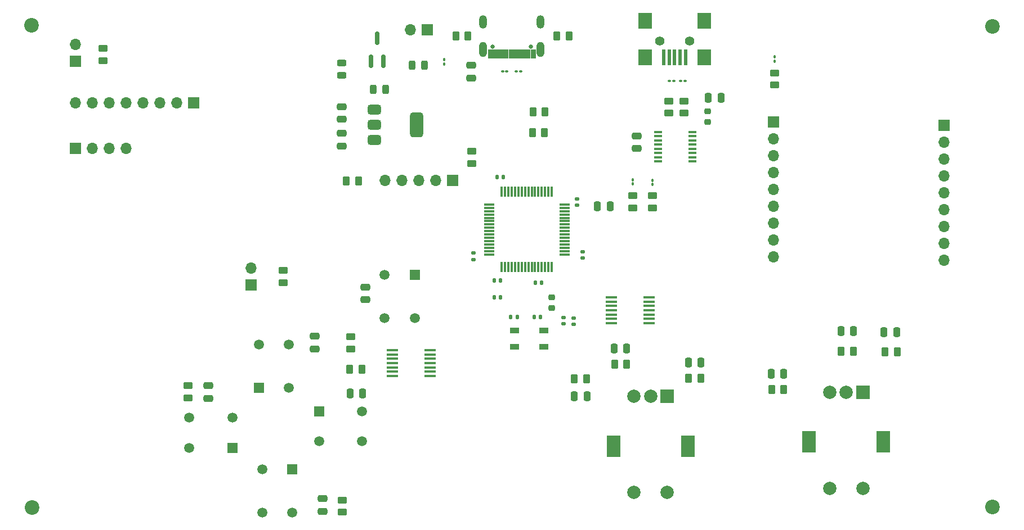
<source format=gbr>
%TF.GenerationSoftware,KiCad,Pcbnew,8.0.6*%
%TF.CreationDate,2024-12-27T13:10:45+11:00*%
%TF.ProjectId,drone_remote,64726f6e-655f-4726-956d-6f74652e6b69,rev?*%
%TF.SameCoordinates,Original*%
%TF.FileFunction,Soldermask,Top*%
%TF.FilePolarity,Negative*%
%FSLAX46Y46*%
G04 Gerber Fmt 4.6, Leading zero omitted, Abs format (unit mm)*
G04 Created by KiCad (PCBNEW 8.0.6) date 2024-12-27 13:10:45*
%MOMM*%
%LPD*%
G01*
G04 APERTURE LIST*
G04 Aperture macros list*
%AMRoundRect*
0 Rectangle with rounded corners*
0 $1 Rounding radius*
0 $2 $3 $4 $5 $6 $7 $8 $9 X,Y pos of 4 corners*
0 Add a 4 corners polygon primitive as box body*
4,1,4,$2,$3,$4,$5,$6,$7,$8,$9,$2,$3,0*
0 Add four circle primitives for the rounded corners*
1,1,$1+$1,$2,$3*
1,1,$1+$1,$4,$5*
1,1,$1+$1,$6,$7*
1,1,$1+$1,$8,$9*
0 Add four rect primitives between the rounded corners*
20,1,$1+$1,$2,$3,$4,$5,0*
20,1,$1+$1,$4,$5,$6,$7,0*
20,1,$1+$1,$6,$7,$8,$9,0*
20,1,$1+$1,$8,$9,$2,$3,0*%
G04 Aperture macros list end*
%ADD10C,0.010000*%
%ADD11RoundRect,0.250000X0.450000X-0.262500X0.450000X0.262500X-0.450000X0.262500X-0.450000X-0.262500X0*%
%ADD12RoundRect,0.100000X-0.130000X-0.100000X0.130000X-0.100000X0.130000X0.100000X-0.130000X0.100000X0*%
%ADD13RoundRect,0.250000X-0.450000X0.262500X-0.450000X-0.262500X0.450000X-0.262500X0.450000X0.262500X0*%
%ADD14RoundRect,0.162500X0.162500X-0.837500X0.162500X0.837500X-0.162500X0.837500X-0.162500X-0.837500X0*%
%ADD15RoundRect,0.250000X0.250000X0.475000X-0.250000X0.475000X-0.250000X-0.475000X0.250000X-0.475000X0*%
%ADD16RoundRect,0.250000X0.262500X0.450000X-0.262500X0.450000X-0.262500X-0.450000X0.262500X-0.450000X0*%
%ADD17R,1.700000X1.700000*%
%ADD18O,1.700000X1.700000*%
%ADD19RoundRect,0.250000X-0.262500X-0.450000X0.262500X-0.450000X0.262500X0.450000X-0.262500X0.450000X0*%
%ADD20RoundRect,0.250000X-0.250000X-0.475000X0.250000X-0.475000X0.250000X0.475000X-0.250000X0.475000X0*%
%ADD21R,1.676400X0.355600*%
%ADD22RoundRect,0.250000X0.475000X-0.250000X0.475000X0.250000X-0.475000X0.250000X-0.475000X-0.250000X0*%
%ADD23RoundRect,0.218750X-0.256250X0.218750X-0.256250X-0.218750X0.256250X-0.218750X0.256250X0.218750X0*%
%ADD24RoundRect,0.250000X-0.475000X0.250000X-0.475000X-0.250000X0.475000X-0.250000X0.475000X0.250000X0*%
%ADD25C,1.498600*%
%ADD26R,1.498600X1.498600*%
%ADD27RoundRect,0.140000X0.140000X0.170000X-0.140000X0.170000X-0.140000X-0.170000X0.140000X-0.170000X0*%
%ADD28RoundRect,0.100000X0.130000X0.100000X-0.130000X0.100000X-0.130000X-0.100000X0.130000X-0.100000X0*%
%ADD29R,1.200000X0.400000*%
%ADD30C,2.200000*%
%ADD31RoundRect,0.100000X-0.100000X0.130000X-0.100000X-0.130000X0.100000X-0.130000X0.100000X0.130000X0*%
%ADD32RoundRect,0.075000X0.075000X-0.700000X0.075000X0.700000X-0.075000X0.700000X-0.075000X-0.700000X0*%
%ADD33RoundRect,0.075000X0.700000X-0.075000X0.700000X0.075000X-0.700000X0.075000X-0.700000X-0.075000X0*%
%ADD34RoundRect,0.243750X0.243750X0.456250X-0.243750X0.456250X-0.243750X-0.456250X0.243750X-0.456250X0*%
%ADD35RoundRect,0.243750X-0.243750X-0.456250X0.243750X-0.456250X0.243750X0.456250X-0.243750X0.456250X0*%
%ADD36R,2.000000X2.000000*%
%ADD37C,2.000000*%
%ADD38R,2.000000X3.200000*%
%ADD39RoundRect,0.140000X-0.170000X0.140000X-0.170000X-0.140000X0.170000X-0.140000X0.170000X0.140000X0*%
%ADD40RoundRect,0.140000X0.170000X-0.140000X0.170000X0.140000X-0.170000X0.140000X-0.170000X-0.140000X0*%
%ADD41R,1.447800X0.889000*%
%ADD42RoundRect,0.375000X-0.625000X-0.375000X0.625000X-0.375000X0.625000X0.375000X-0.625000X0.375000X0*%
%ADD43RoundRect,0.500000X-0.500000X-1.400000X0.500000X-1.400000X0.500000X1.400000X-0.500000X1.400000X0*%
%ADD44RoundRect,0.140000X-0.140000X-0.170000X0.140000X-0.170000X0.140000X0.170000X-0.140000X0.170000X0*%
%ADD45RoundRect,0.100000X0.100000X-0.130000X0.100000X0.130000X-0.100000X0.130000X-0.100000X-0.130000X0*%
%ADD46RoundRect,0.243750X0.456250X-0.243750X0.456250X0.243750X-0.456250X0.243750X-0.456250X-0.243750X0*%
%ADD47R,0.508000X2.489200*%
%ADD48R,2.006600X2.489200*%
%ADD49C,1.397000*%
%ADD50O,1.204000X2.004000*%
%ADD51O,1.204000X2.304000*%
%ADD52C,0.650000*%
G04 APERTURE END LIST*
D10*
%TO.C,J1*%
X189735606Y-81300166D02*
X189035606Y-81300166D01*
X189035606Y-80050166D01*
X189735606Y-80050166D01*
X189735606Y-81300166D01*
G36*
X189735606Y-81300166D02*
G01*
X189035606Y-81300166D01*
X189035606Y-80050166D01*
X189735606Y-80050166D01*
X189735606Y-81300166D01*
G37*
X188935606Y-81300166D02*
X188235606Y-81300166D01*
X188235606Y-80050166D01*
X188935606Y-80050166D01*
X188935606Y-81300166D01*
G36*
X188935606Y-81300166D02*
G01*
X188235606Y-81300166D01*
X188235606Y-80050166D01*
X188935606Y-80050166D01*
X188935606Y-81300166D01*
G37*
X188135606Y-81300166D02*
X187735606Y-81300166D01*
X187735606Y-80050166D01*
X188135606Y-80050166D01*
X188135606Y-81300166D01*
G36*
X188135606Y-81300166D02*
G01*
X187735606Y-81300166D01*
X187735606Y-80050166D01*
X188135606Y-80050166D01*
X188135606Y-81300166D01*
G37*
X187635606Y-81300166D02*
X187235606Y-81300166D01*
X187235606Y-80050166D01*
X187635606Y-80050166D01*
X187635606Y-81300166D01*
G36*
X187635606Y-81300166D02*
G01*
X187235606Y-81300166D01*
X187235606Y-80050166D01*
X187635606Y-80050166D01*
X187635606Y-81300166D01*
G37*
X187135606Y-81300166D02*
X186735606Y-81300166D01*
X186735606Y-80050166D01*
X187135606Y-80050166D01*
X187135606Y-81300166D01*
G36*
X187135606Y-81300166D02*
G01*
X186735606Y-81300166D01*
X186735606Y-80050166D01*
X187135606Y-80050166D01*
X187135606Y-81300166D01*
G37*
X186635606Y-81300166D02*
X186235606Y-81300166D01*
X186235606Y-80050166D01*
X186635606Y-80050166D01*
X186635606Y-81300166D01*
G36*
X186635606Y-81300166D02*
G01*
X186235606Y-81300166D01*
X186235606Y-80050166D01*
X186635606Y-80050166D01*
X186635606Y-81300166D01*
G37*
X186135606Y-81300166D02*
X185735606Y-81300166D01*
X185735606Y-80050166D01*
X186135606Y-80050166D01*
X186135606Y-81300166D01*
G36*
X186135606Y-81300166D02*
G01*
X185735606Y-81300166D01*
X185735606Y-80050166D01*
X186135606Y-80050166D01*
X186135606Y-81300166D01*
G37*
X185635606Y-81300166D02*
X185235606Y-81300166D01*
X185235606Y-80050166D01*
X185635606Y-80050166D01*
X185635606Y-81300166D01*
G36*
X185635606Y-81300166D02*
G01*
X185235606Y-81300166D01*
X185235606Y-80050166D01*
X185635606Y-80050166D01*
X185635606Y-81300166D01*
G37*
X185135606Y-81300166D02*
X184735606Y-81300166D01*
X184735606Y-80050166D01*
X185135606Y-80050166D01*
X185135606Y-81300166D01*
G36*
X185135606Y-81300166D02*
G01*
X184735606Y-81300166D01*
X184735606Y-80050166D01*
X185135606Y-80050166D01*
X185135606Y-81300166D01*
G37*
X184635606Y-81300166D02*
X184235606Y-81300166D01*
X184235606Y-80050166D01*
X184635606Y-80050166D01*
X184635606Y-81300166D01*
G36*
X184635606Y-81300166D02*
G01*
X184235606Y-81300166D01*
X184235606Y-80050166D01*
X184635606Y-80050166D01*
X184635606Y-81300166D01*
G37*
X184135606Y-81300166D02*
X183435606Y-81300166D01*
X183435606Y-80050166D01*
X184135606Y-80050166D01*
X184135606Y-81300166D01*
G36*
X184135606Y-81300166D02*
G01*
X183435606Y-81300166D01*
X183435606Y-80050166D01*
X184135606Y-80050166D01*
X184135606Y-81300166D01*
G37*
X183335606Y-81300166D02*
X182635606Y-81300166D01*
X182635606Y-80050166D01*
X183335606Y-80050166D01*
X183335606Y-81300166D01*
G36*
X183335606Y-81300166D02*
G01*
X182635606Y-81300166D01*
X182635606Y-80050166D01*
X183335606Y-80050166D01*
X183335606Y-81300166D01*
G37*
%TD*%
D11*
%TO.C,R5*%
X124700000Y-81725000D03*
X124700000Y-79900000D03*
%TD*%
D12*
%TO.C,C20*%
X211593106Y-84842666D03*
X212233106Y-84842666D03*
%TD*%
D13*
%TO.C,R2*%
X204400000Y-102075000D03*
X204400000Y-103900000D03*
%TD*%
D14*
%TO.C,Q1*%
X165000000Y-81800000D03*
X166900000Y-81800000D03*
X165950000Y-78380000D03*
%TD*%
D15*
%TO.C,C29*%
X244100000Y-122650000D03*
X242200000Y-122650000D03*
%TD*%
D16*
%TO.C,R8*%
X179600000Y-78000000D03*
X177775000Y-78000000D03*
%TD*%
D17*
%TO.C,JP4*%
X147000000Y-115562500D03*
D18*
X147000000Y-113022500D03*
%TD*%
D19*
%TO.C,R22*%
X242337500Y-125600000D03*
X244162500Y-125600000D03*
%TD*%
D20*
%TO.C,C27*%
X225200000Y-128925000D03*
X227100000Y-128925000D03*
%TD*%
D21*
%TO.C,U3*%
X173919400Y-125350001D03*
X173919400Y-126000000D03*
X173919400Y-126650001D03*
X173919400Y-127300000D03*
X173919400Y-127950001D03*
X173919400Y-128600000D03*
X173919400Y-129250001D03*
X168280600Y-129249999D03*
X168280600Y-128600000D03*
X168280600Y-127949999D03*
X168280600Y-127300000D03*
X168280600Y-126650001D03*
X168280600Y-126000000D03*
X168280600Y-125349999D03*
%TD*%
D22*
%TO.C,C15*%
X180100000Y-84350000D03*
X180100000Y-82450000D03*
%TD*%
D23*
%TO.C,L2*%
X215650000Y-89375000D03*
X215650000Y-90950000D03*
%TD*%
D24*
%TO.C,C25*%
X140550000Y-132600000D03*
X140550000Y-130700000D03*
%TD*%
D25*
%TO.C,SW2*%
X152699401Y-124550001D03*
X152699401Y-131050002D03*
X148199400Y-124550001D03*
D26*
X148199400Y-131050002D03*
%TD*%
D11*
%TO.C,R3*%
X180200000Y-97212500D03*
X180200000Y-95387500D03*
%TD*%
D27*
%TO.C,C5*%
X184927894Y-99305734D03*
X183967894Y-99305734D03*
%TD*%
D23*
%TO.C,L1*%
X192200000Y-117425000D03*
X192200000Y-119000000D03*
%TD*%
D17*
%TO.C,J5*%
X120600000Y-95000000D03*
D18*
X123140000Y-95000000D03*
X125680000Y-95000000D03*
X128220000Y-95000000D03*
%TD*%
D17*
%TO.C,J8*%
X251257106Y-91449266D03*
D18*
X251257106Y-93989266D03*
X251257106Y-96529266D03*
X251257106Y-99069266D03*
X251257106Y-101609266D03*
X251257106Y-104149266D03*
X251257106Y-106689266D03*
X251257106Y-109229266D03*
X251257106Y-111769266D03*
%TD*%
D16*
%TO.C,R24*%
X203500000Y-127500000D03*
X201675000Y-127500000D03*
%TD*%
D22*
%TO.C,C33*%
X164150000Y-117750000D03*
X164150000Y-115850000D03*
%TD*%
D11*
%TO.C,R13*%
X212093106Y-89642666D03*
X212093106Y-87817666D03*
%TD*%
D25*
%TO.C,SW3*%
X163699401Y-139050002D03*
X157199400Y-139050002D03*
X163699401Y-134550001D03*
D26*
X157199400Y-134550001D03*
%TD*%
D13*
%TO.C,R12*%
X209793106Y-87817666D03*
X209793106Y-89642666D03*
%TD*%
D17*
%TO.C,J2*%
X173457106Y-77069266D03*
D18*
X170917106Y-77069266D03*
%TD*%
D20*
%TO.C,C31*%
X201600000Y-125100000D03*
X203500000Y-125100000D03*
%TD*%
D28*
%TO.C,D2*%
X185450606Y-83397557D03*
X184810606Y-83397557D03*
%TD*%
D25*
%TO.C,SW5*%
X148688802Y-149800001D03*
X148688802Y-143300000D03*
X153188803Y-149800001D03*
D26*
X153188803Y-143300000D03*
%TD*%
D29*
%TO.C,U6*%
X213400000Y-96935000D03*
X213400000Y-96300000D03*
X213400000Y-95665000D03*
X213400000Y-95030000D03*
X213400000Y-94395000D03*
X213400000Y-93760000D03*
X213400000Y-93125000D03*
X213400000Y-92490000D03*
X208200000Y-92490000D03*
X208200000Y-93125000D03*
X208200000Y-93760000D03*
X208200000Y-94395000D03*
X208200000Y-95030000D03*
X208200000Y-95665000D03*
X208200000Y-96300000D03*
X208200000Y-96935000D03*
%TD*%
D25*
%TO.C,SW4*%
X137699401Y-135550001D03*
X144199402Y-135550001D03*
X137699401Y-140050002D03*
D26*
X144199402Y-140050002D03*
%TD*%
D13*
%TO.C,R18*%
X160719400Y-149750001D03*
X160719400Y-147925001D03*
%TD*%
D22*
%TO.C,C17*%
X160600000Y-94600000D03*
X160600000Y-92700000D03*
%TD*%
D20*
%TO.C,C24*%
X163769400Y-131850001D03*
X161869400Y-131850001D03*
%TD*%
D30*
%TO.C,H1*%
X114000000Y-76450000D03*
%TD*%
D11*
%TO.C,R16*%
X162010529Y-123338422D03*
X162010529Y-125163422D03*
%TD*%
%TO.C,R1*%
X151800000Y-115200000D03*
X151800000Y-113375000D03*
%TD*%
D15*
%TO.C,C19*%
X217648106Y-87342666D03*
X215748106Y-87342666D03*
%TD*%
D28*
%TO.C,C21*%
X210568106Y-84842666D03*
X209928106Y-84842666D03*
%TD*%
D17*
%TO.C,J6*%
X138350000Y-88100000D03*
D18*
X135810000Y-88100000D03*
X133270000Y-88100000D03*
X130730000Y-88100000D03*
X128190000Y-88100000D03*
X125650000Y-88100000D03*
X123110000Y-88100000D03*
X120570000Y-88100000D03*
%TD*%
D31*
%TO.C,D10*%
X207400000Y-100407500D03*
X207400000Y-99767500D03*
%TD*%
D24*
%TO.C,C22*%
X204955000Y-93092500D03*
X204955000Y-94992500D03*
%TD*%
D32*
%TO.C,U1*%
X184700000Y-112850000D03*
X185200000Y-112850000D03*
X185700000Y-112850000D03*
X186200000Y-112850000D03*
X186700000Y-112850000D03*
X187200000Y-112850000D03*
X187700000Y-112850000D03*
X188200000Y-112850000D03*
X188700000Y-112850000D03*
X189200000Y-112850000D03*
X189700000Y-112850000D03*
X190200000Y-112850000D03*
X190700000Y-112850000D03*
X191200000Y-112850000D03*
X191700000Y-112850000D03*
X192200000Y-112850000D03*
D33*
X194125000Y-110925000D03*
X194125000Y-110425000D03*
X194125000Y-109925000D03*
X194125000Y-109425000D03*
X194125000Y-108925000D03*
X194125000Y-108425000D03*
X194125000Y-107925000D03*
X194125000Y-107425000D03*
X194125000Y-106925000D03*
X194125000Y-106425000D03*
X194125000Y-105925000D03*
X194125000Y-105425000D03*
X194125000Y-104925000D03*
X194125000Y-104425000D03*
X194125000Y-103925000D03*
X194125000Y-103425000D03*
D32*
X192200000Y-101500000D03*
X191700000Y-101500000D03*
X191200000Y-101500000D03*
X190700000Y-101500000D03*
X190200000Y-101500000D03*
X189700000Y-101500000D03*
X189200000Y-101500000D03*
X188700000Y-101500000D03*
X188200000Y-101500000D03*
X187700000Y-101500000D03*
X187200000Y-101500000D03*
X186700000Y-101500000D03*
X186200000Y-101500000D03*
X185700000Y-101500000D03*
X185200000Y-101500000D03*
X184700000Y-101500000D03*
D33*
X182775000Y-103425000D03*
X182775000Y-103925000D03*
X182775000Y-104425000D03*
X182775000Y-104925000D03*
X182775000Y-105425000D03*
X182775000Y-105925000D03*
X182775000Y-106425000D03*
X182775000Y-106925000D03*
X182775000Y-107425000D03*
X182775000Y-107925000D03*
X182775000Y-108425000D03*
X182775000Y-108925000D03*
X182775000Y-109425000D03*
X182775000Y-109925000D03*
X182775000Y-110425000D03*
X182775000Y-110925000D03*
%TD*%
D34*
%TO.C,F1*%
X173100000Y-82400000D03*
X171225000Y-82400000D03*
%TD*%
D35*
%TO.C,D4*%
X165325000Y-86100000D03*
X167200000Y-86100000D03*
%TD*%
D13*
%TO.C,R26*%
X225700000Y-83575000D03*
X225700000Y-85400000D03*
%TD*%
D17*
%TO.C,J7*%
X225600000Y-91000000D03*
D18*
X225600000Y-93540000D03*
X225600000Y-96080000D03*
X225600000Y-98620000D03*
X225600000Y-101160000D03*
X225600000Y-103700000D03*
X225600000Y-106240000D03*
X225600000Y-108780000D03*
X225600000Y-111320000D03*
%TD*%
D19*
%TO.C,R7*%
X192975606Y-78000166D03*
X194800606Y-78000166D03*
%TD*%
D36*
%TO.C,SW6*%
X239000000Y-131700000D03*
D37*
X234000000Y-131700000D03*
X236500000Y-131700000D03*
D38*
X242100000Y-139200000D03*
X230900000Y-139200000D03*
D37*
X234000000Y-146200000D03*
X239000000Y-146200000D03*
%TD*%
D16*
%TO.C,R17*%
X161806900Y-128250001D03*
X163631900Y-128250001D03*
%TD*%
D27*
%TO.C,C14*%
X187010000Y-120375000D03*
X186050000Y-120375000D03*
%TD*%
D22*
%TO.C,C26*%
X157719400Y-147750001D03*
X157719400Y-149650001D03*
%TD*%
D26*
%TO.C,SW1*%
X171600000Y-114000000D03*
D25*
X171600000Y-120500001D03*
X167099999Y-114000000D03*
X167099999Y-120500001D03*
%TD*%
D30*
%TO.C,H2*%
X114050000Y-149050000D03*
%TD*%
%TO.C,H4*%
X258500000Y-149000000D03*
%TD*%
D12*
%TO.C,D1*%
X186900606Y-83400166D03*
X187540606Y-83400166D03*
%TD*%
D30*
%TO.C,H3*%
X258500000Y-76550000D03*
%TD*%
D39*
%TO.C,C6*%
X180400000Y-110750000D03*
X180400000Y-111710000D03*
%TD*%
D40*
%TO.C,C3*%
X196875000Y-111485000D03*
X196875000Y-110525000D03*
%TD*%
D16*
%TO.C,R11*%
X191200000Y-89500000D03*
X189375000Y-89500000D03*
%TD*%
%TO.C,R20*%
X227125000Y-131325000D03*
X225300000Y-131325000D03*
%TD*%
D17*
%TO.C,JP1*%
X120600000Y-81800000D03*
D18*
X120600000Y-79260000D03*
%TD*%
D39*
%TO.C,C9*%
X195500000Y-120500000D03*
X195500000Y-121460000D03*
%TD*%
D41*
%TO.C,X1*%
X186579600Y-124875000D03*
X191050000Y-124875000D03*
X191050000Y-122375000D03*
X186579600Y-122375000D03*
%TD*%
D15*
%TO.C,C32*%
X214650000Y-127200000D03*
X212750000Y-127200000D03*
%TD*%
D42*
%TO.C,U2*%
X165550000Y-89100000D03*
X165550000Y-91400000D03*
D43*
X171850000Y-91400000D03*
D42*
X165550000Y-93700000D03*
%TD*%
D20*
%TO.C,C28*%
X235700000Y-122450000D03*
X237600000Y-122450000D03*
%TD*%
D16*
%TO.C,R23*%
X197412500Y-129700000D03*
X195587500Y-129700000D03*
%TD*%
D39*
%TO.C,C10*%
X194000000Y-120440000D03*
X194000000Y-121400000D03*
%TD*%
D19*
%TO.C,R10*%
X189287500Y-92550000D03*
X191112500Y-92550000D03*
%TD*%
%TO.C,R25*%
X212775000Y-129600000D03*
X214600000Y-129600000D03*
%TD*%
D24*
%TO.C,C16*%
X160600000Y-88700000D03*
X160600000Y-90600000D03*
%TD*%
D44*
%TO.C,C13*%
X189590000Y-120375000D03*
X190550000Y-120375000D03*
%TD*%
%TO.C,C7*%
X183550000Y-117375000D03*
X184510000Y-117375000D03*
%TD*%
D21*
%TO.C,U4*%
X206838800Y-121300002D03*
X206838800Y-120650001D03*
X206838800Y-120000000D03*
X206838800Y-119350001D03*
X206838800Y-118700002D03*
X206838800Y-118050001D03*
X206838800Y-117400002D03*
X201200000Y-117400000D03*
X201200000Y-118050001D03*
X201200000Y-118700000D03*
X201200000Y-119350001D03*
X201200000Y-120000000D03*
X201200000Y-120650001D03*
X201200000Y-121300000D03*
%TD*%
D31*
%TO.C,D6*%
X204400000Y-99675000D03*
X204400000Y-100315000D03*
%TD*%
D45*
%TO.C,D3*%
X176000000Y-82265000D03*
X176000000Y-81625000D03*
%TD*%
D31*
%TO.C,D9*%
X225700000Y-81175000D03*
X225700000Y-81815000D03*
%TD*%
D44*
%TO.C,C8*%
X189740000Y-115200000D03*
X190700000Y-115200000D03*
%TD*%
D16*
%TO.C,R21*%
X237562500Y-125500000D03*
X235737500Y-125500000D03*
%TD*%
%TO.C,R4*%
X163125000Y-99900000D03*
X161300000Y-99900000D03*
%TD*%
D46*
%TO.C,D5*%
X160600000Y-83975000D03*
X160600000Y-82100000D03*
%TD*%
D40*
%TO.C,C4*%
X196020594Y-103534362D03*
X196020594Y-102574362D03*
%TD*%
D36*
%TO.C,SW7*%
X209600000Y-132300000D03*
D37*
X204600000Y-132300000D03*
X207100000Y-132300000D03*
D38*
X212700000Y-139800000D03*
X201500000Y-139800000D03*
D37*
X204600000Y-146800000D03*
X209600000Y-146800000D03*
%TD*%
D20*
%TO.C,C1*%
X199075000Y-103725000D03*
X200975000Y-103725000D03*
%TD*%
D47*
%TO.C,J3*%
X212328706Y-81242666D03*
X211515906Y-81242666D03*
X210703106Y-81242666D03*
X209890306Y-81242666D03*
X209077506Y-81242666D03*
D48*
X215148106Y-81242666D03*
X206258106Y-81242666D03*
D49*
X212912906Y-78778866D03*
X208493306Y-78778866D03*
D48*
X215148106Y-75756266D03*
X206258106Y-75756266D03*
%TD*%
D50*
%TO.C,J1*%
X181865606Y-75920166D03*
X190505606Y-75920166D03*
D51*
X181865606Y-80100166D03*
X190505606Y-80100166D03*
D52*
X183295606Y-79600166D03*
X189075606Y-79600166D03*
%TD*%
D24*
%TO.C,C23*%
X156519400Y-125150001D03*
X156519400Y-123250001D03*
%TD*%
D17*
%TO.C,J4*%
X177300000Y-99800000D03*
D18*
X174760000Y-99800000D03*
X172220000Y-99800000D03*
X169680000Y-99800000D03*
X167140000Y-99800000D03*
%TD*%
D11*
%TO.C,R19*%
X137550000Y-130700000D03*
X137550000Y-132525000D03*
%TD*%
D44*
%TO.C,C2*%
X183570000Y-114875000D03*
X184530000Y-114875000D03*
%TD*%
D20*
%TO.C,C30*%
X195600000Y-132300000D03*
X197500000Y-132300000D03*
%TD*%
D13*
%TO.C,R6*%
X207400000Y-103900000D03*
X207400000Y-102075000D03*
%TD*%
M02*

</source>
